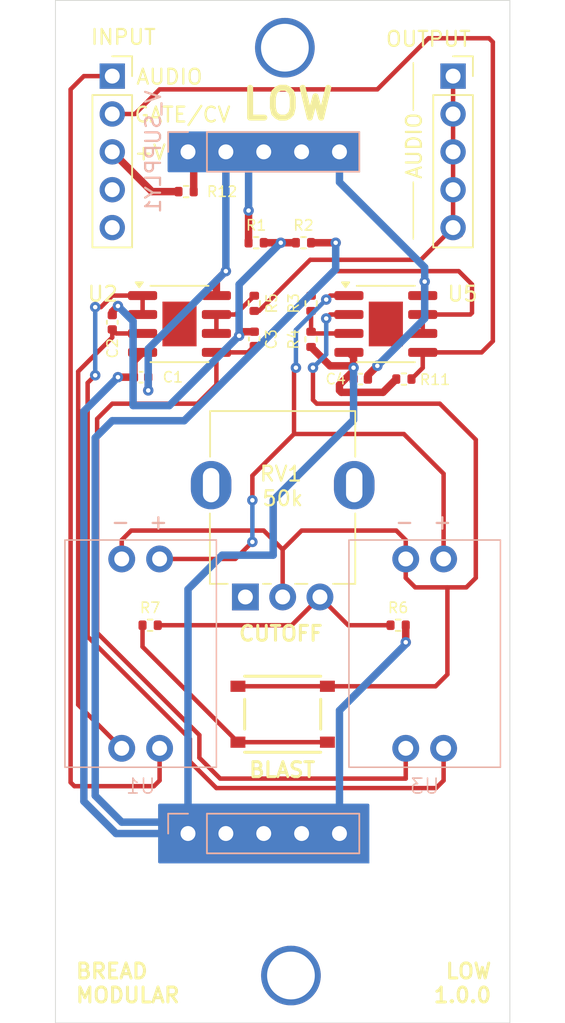
<source format=kicad_pcb>
(kicad_pcb (version 20240108) (generator "pcbnew") (generator_version "8.0")
  (layers (0 "F.Cu" signal) (31 "B.Cu" signal) (34 "B.Paste" user) (35 "F.Paste" user) (36 "B.SilkS" user "B.Silkscreen") (37 "F.SilkS" user "F.Silkscreen") (38 "B.Mask" user) (39 "F.Mask" user) (44 "Edge.Cuts" user))
  (net 0 "")
  (net 1 "GND")
  (net 2 "V_MID")
  (net 3 "Net-(U2A-+)")
  (net 4 "Net-(U2B-+)")
  (net 5 "Net-(INPUT1-Pin_3)")
  (net 6 "unconnected-(INPUT1-Pin_4-Pad4)")
  (net 7 "CV")
  (net 8 "AUDIO_OUT")
  (net 10 "Net-(U5A-+)")
  (net 11 "V_SUPPLY")
  (net 12 "Net-(SW1-B)")
  (net 13 "Net-(U2B--)")
  (net 14 "Net-(R6-Pad1)")
  (net 15 "Net-(U5B--)")
  (net 16 "VAC_NEG")
  (net 17 "VAC_POS")
  (net 19 "AUDIO_IN")
  (net 20 "Net-(U2A--)")
  (footprint "Package_SO:SOIC-8-1EP_3.9x4.9mm_P1.27mm_EP2.29x3mm" (layer "F.Cu") (at 69.15 62.345)
    (property "Reference" "U5" (at 5.145 -2.02 0) (layer "F.SilkS"))
    (property "Value" "MCP6002-xSN")
    (fp_line (start 0 -2.56) (end -1.95 -2.56) (stroke (width 0.12)) (layer "F.SilkS"))
    (fp_line (start 0 -2.56) (end 1.95 -2.56) (stroke (width 0.12)) (layer "F.SilkS"))
    (fp_line (start 0 2.56) (end -1.95 2.56) (stroke (width 0.12)) (layer "F.SilkS"))
    (fp_line (start 0 2.56) (end 1.95 2.56) (stroke (width 0.12)) (layer "F.SilkS"))
    (fp_poly (pts (xy -2.7 -2.465) (xy -2.94 -2.795) (xy -2.46 -2.795) (xy -2.7 -2.465)) (stroke (width 0.12)) (fill solid) (layer "F.SilkS"))
    (pad "1" smd roundrect (at -2.475 -1.905) (size 1.95 0.6) (layers "F.Cu" "F.Paste" "F.Mask") (net 17 "VAC_POS"))
    (pad "2" smd roundrect (at -2.475 -0.635) (size 1.95 0.6) (layers "F.Cu" "F.Paste" "F.Mask") (net 16 "VAC_NEG"))
    (pad "3" smd roundrect (at -2.475 0.635) (size 1.95 0.6) (layers "F.Cu" "F.Paste" "F.Mask") (net 10 "Net-(U5A-+)"))
    (pad "4" smd roundrect (at -2.475 1.905) (size 1.95 0.6) (layers "F.Cu" "F.Paste" "F.Mask") (net 1 "GND"))
    (pad "5" smd roundrect (at 2.475 1.905) (size 1.95 0.6) (layers "F.Cu" "F.Paste" "F.Mask") (net 7 "CV"))
    (pad "6" smd roundrect (at 2.475 0.635) (size 1.95 0.6) (layers "F.Cu" "F.Paste" "F.Mask") (net 15 "Net-(U5B--)"))
    (pad "7" smd roundrect (at 2.475 -0.635) (size 1.95 0.6) (layers "F.Cu" "F.Paste" "F.Mask") (net 15 "Net-(U5B--)"))
    (pad "8" smd roundrect (at 2.475 -1.905) (size 1.95 0.6) (layers "F.Cu" "F.Paste" "F.Mask") (net 11 "V_SUPPLY"))
    (pad "9" smd rect (at 0 0) (size 2.29 3) (property pad_prop_heatsink) (layers "F.Cu" "F.Mask"))
  )
  (footprint "Resistor_SMD:R_0402_1005Metric" (layer "F.Cu") (at 64.135 60.96 90)
    (property "Reference" "R3" (at 0 -1.17 90) (layer "F.SilkS") (effects (font (size 0.7 0.7) (thickness 0.1))))
    (property "Value" "1M")
    (fp_line (start -0.153641 -0.38) (end 0.153641 -0.38) (stroke (width 0.12)) (layer "F.SilkS"))
    (fp_line (start -0.153641 0.38) (end 0.153641 0.38) (stroke (width 0.12)) (layer "F.SilkS"))
    (pad "1" smd roundrect (at -0.51 0 90) (size 0.54 0.64) (layers "F.Cu" "F.Paste" "F.Mask") (net 10 "Net-(U5A-+)"))
    (pad "2" smd roundrect (at 0.51 0 90) (size 0.54 0.64) (layers "F.Cu" "F.Paste" "F.Mask") (net 15 "Net-(U5B--)"))
  )
  (footprint "Resistor_SMD:R_0402_1005Metric" (layer "F.Cu") (at 70.36 66.04)
    (property "Reference" "R11" (at 2.085453 0.039144 0) (layer "F.SilkS") (effects (font (size 0.7 0.7) (thickness 0.1))))
    (property "Value" "1M")
    (fp_line (start -0.153641 -0.38) (end 0.153641 -0.38) (stroke (width 0.12)) (layer "F.SilkS"))
    (fp_line (start -0.153641 0.38) (end 0.153641 0.38) (stroke (width 0.12)) (layer "F.SilkS"))
    (pad "1" smd roundrect (at -0.51 0) (size 0.54 0.64) (layers "F.Cu" "F.Paste" "F.Mask") (net 1 "GND"))
    (pad "2" smd roundrect (at 0.51 0) (size 0.54 0.64) (layers "F.Cu" "F.Paste" "F.Mask") (net 7 "CV"))
  )
  (footprint "Resistor_SMD:R_0402_1005Metric" (layer "F.Cu") (at 64.135 63.375 90)
    (property "Reference" "R4" (at 0 -1.17 90) (layer "F.SilkS") (effects (font (size 0.7 0.7) (thickness 0.1))))
    (property "Value" "1M")
    (fp_line (start -0.153641 -0.38) (end 0.153641 -0.38) (stroke (width 0.12)) (layer "F.SilkS"))
    (fp_line (start -0.153641 0.38) (end 0.153641 0.38) (stroke (width 0.12)) (layer "F.SilkS"))
    (pad "1" smd roundrect (at -0.51 0 90) (size 0.54 0.64) (layers "F.Cu" "F.Paste" "F.Mask") (net 1 "GND"))
    (pad "2" smd roundrect (at 0.51 0 90) (size 0.54 0.64) (layers "F.Cu" "F.Paste" "F.Mask") (net 10 "Net-(U5A-+)"))
  )
  (footprint "Resistor_SMD:R_0402_1005Metric" (layer "F.Cu") (at 69.975 82.55)
    (property "Reference" "R6" (at 0 -1.17 0) (layer "F.SilkS") (effects (font (size 0.7 0.7) (thickness 0.1))))
    (property "Value" "330")
    (fp_line (start -0.153641 -0.38) (end 0.153641 -0.38) (stroke (width 0.12)) (layer "F.SilkS"))
    (fp_line (start -0.153641 0.38) (end 0.153641 0.38) (stroke (width 0.12)) (layer "F.SilkS"))
    (pad "1" smd roundrect (at -0.51 0) (size 0.54 0.64) (layers "F.Cu" "F.Paste" "F.Mask") (net 14 "Net-(R6-Pad1)"))
    (pad "2" smd roundrect (at 0.51 0) (size 0.54 0.64) (layers "F.Cu" "F.Paste" "F.Mask") (net 1 "GND"))
  )
  (footprint "BreadModular_Pots:Potentiometer_RV09" (layer "F.Cu") (at 62.357 73.663)
    (property "Reference" "RV1" (at -0.254 -1.27 180) (layer "F.SilkS"))
    (property "Value" "50k" (at -0.127 0.381 180) (layer "F.SilkS"))
    (fp_line (start -5.007 6.112) (end -5.007 1.392) (stroke (width 0.12)) (layer "F.SilkS"))
    (fp_line (start -4.997 -2.418) (end -4.997 -5.478) (stroke (width 0.12)) (layer "F.SilkS"))
    (fp_line (start -3.817 6.112) (end -4.997 6.112) (stroke (width 0.12)) (layer "F.SilkS"))
    (fp_line (start -0.917 6.112) (end -1.447 6.112) (stroke (width 0.12)) (layer "F.SilkS"))
    (fp_line (start 1.533 6.112) (end 0.703 6.112) (stroke (width 0.12)) (layer "F.SilkS"))
    (fp_line (start 4.743 -5.478) (end -4.997 -5.478) (stroke (width 0.12)) (layer "F.SilkS"))
    (fp_line (start 4.743 -2.418) (end 4.743 -5.478) (stroke (width 0.12)) (layer "F.SilkS"))
    (fp_line (start 4.743 6.112) (end 3.253 6.112) (stroke (width 0.12)) (layer "F.SilkS"))
    (fp_line (start 4.743 6.112) (end 4.743 1.392) (stroke (width 0.12)) (layer "F.SilkS"))
    (pad "" thru_hole oval (at -4.927 -0.508 180) (size 2.72 3.24) (drill oval 1.1 2.3) (layers "*.Cu" "*.Mask"))
    (pad "" thru_hole oval (at 4.673 -0.508 180) (size 2.72 3.24) (drill oval 1.1 2.3) (layers "*.Cu" "*.Mask"))
    (pad "1" thru_hole rect (at -2.627 6.992 180) (size 1.8 1.8) (drill 1) (layers "*.Cu" "*.Mask"))
    (pad "2" thru_hole circle (at -0.127 6.992 180) (size 1.8 1.8) (drill 1) (layers "*.Cu" "*.Mask") (net 16 "VAC_NEG"))
    (pad "3" thru_hole circle (at 2.373 6.992 180) (size 1.8 1.8) (drill 1) (layers "*.Cu" "*.Mask") (net 14 "Net-(R6-Pad1)"))
  )
  (footprint "Capacitor_SMD:C_0402_1005Metric" (layer "F.Cu") (at 60.325 63.345 90)
    (property "Reference" "C3" (at -0.028 1.143 90) (layer "F.SilkS") (effects (font (size 0.7 0.7) (thickness 0.1))))
    (property "Value" "10nf")
    (fp_line (start -0.107836 -0.36) (end 0.107836 -0.36) (stroke (width 0.12)) (layer "F.SilkS"))
    (fp_line (start -0.107836 0.36) (end 0.107836 0.36) (stroke (width 0.12)) (layer "F.SilkS"))
    (pad "1" smd roundrect (at -0.48 0 90) (size 0.56 0.62) (layers "F.Cu" "F.Paste" "F.Mask") (net 4 "Net-(U2B-+)"))
    (pad "2" smd roundrect (at 0.48 0 90) (size 0.56 0.62) (layers "F.Cu" "F.Paste" "F.Mask") (net 2 "V_MID"))
  )
  (footprint "Connector_PinSocket_2.54mm:PinSocket_1x05_P2.54mm_Vertical" (layer "F.Cu") (at 50.8 45.72)
    (property "Reference" "INPUT1")
    (property "Value" "Conn_01x05_Socket")
    (fp_line (start -1.33 1.27) (end -1.33 11.49) (stroke (width 0.12)) (layer "F.SilkS"))
    (fp_line (start -1.33 1.27) (end 1.33 1.27) (stroke (width 0.12)) (layer "F.SilkS"))
    (fp_line (start -1.33 11.49) (end 1.33 11.49) (stroke (width 0.12)) (layer "F.SilkS"))
    (fp_line (start 0 -1.33) (end 1.33 -1.33) (stroke (width 0.12)) (layer "F.SilkS"))
    (fp_line (start 1.33 -1.33) (end 1.33 0) (stroke (width 0.12)) (layer "F.SilkS"))
    (fp_line (start 1.33 1.27) (end 1.33 11.49) (stroke (width 0.12)) (layer "F.SilkS"))
    (pad "1" thru_hole rect (at 0 0) (size 1.7 1.7) (drill 1) (layers "*.Cu" "*.Mask") (net 19 "AUDIO_IN"))
    (pad "2" thru_hole oval (at 0 2.54) (size 1.7 1.7) (drill 1) (layers "*.Cu" "*.Mask") (net 7 "CV"))
    (pad "3" thru_hole oval (at 0 5.08) (size 1.7 1.7) (drill 1) (layers "*.Cu" "*.Mask") (net 5 "Net-(INPUT1-Pin_3)"))
    (pad "4" thru_hole oval (at 0 7.62) (size 1.7 1.7) (drill 1) (layers "*.Cu" "*.Mask") (net 6 "unconnected-(INPUT1-Pin_4-Pad4)"))
    (pad "5" thru_hole oval (at 0 10.16) (size 1.7 1.7) (drill 1) (layers "*.Cu" "*.Mask"))
  )
  (footprint "Package_SO:SOIC-8-1EP_3.9x4.9mm_P1.27mm_EP2.29x3mm" (layer "F.Cu") (at 55.31 62.345)
    (property "Reference" "U2" (at -5.145 -2.02 0) (layer "F.SilkS"))
    (property "Value" "MCP6002-xSN")
    (fp_line (start 0 -2.56) (end -1.95 -2.56) (stroke (width 0.12)) (layer "F.SilkS"))
    (fp_line (start 0 -2.56) (end 1.95 -2.56) (stroke (width 0.12)) (layer "F.SilkS"))
    (fp_line (start 0 2.56) (end -1.95 2.56) (stroke (width 0.12)) (layer "F.SilkS"))
    (fp_line (start 0 2.56) (end 1.95 2.56) (stroke (width 0.12)) (layer "F.SilkS"))
    (fp_poly (pts (xy -2.7 -2.465) (xy -2.94 -2.795) (xy -2.46 -2.795) (xy -2.7 -2.465)) (stroke (width 0.12)) (fill solid) (layer "F.SilkS"))
    (pad "1" smd roundrect (at -2.475 -1.905) (size 1.95 0.6) (layers "F.Cu" "F.Paste" "F.Mask") (net 20 "Net-(U2A--)"))
    (pad "2" smd roundrect (at -2.475 -0.635) (size 1.95 0.6) (layers "F.Cu" "F.Paste" "F.Mask") (net 20 "Net-(U2A--)"))
    (pad "3" smd roundrect (at -2.475 0.635) (size 1.95 0.6) (layers "F.Cu" "F.Paste" "F.Mask") (net 3 "Net-(U2A-+)"))
    (pad "4" smd roundrect (at -2.475 1.905) (size 1.95 0.6) (layers "F.Cu" "F.Paste" "F.Mask") (net 1 "GND"))
    (pad "5" smd roundrect (at 2.475 1.905) (size 1.95 0.6) (layers "F.Cu" "F.Paste" "F.Mask") (net 4 "Net-(U2B-+)"))
    (pad "6" smd roundrect (at 2.475 0.635) (size 1.95 0.6) (layers "F.Cu" "F.Paste" "F.Mask") (net 13 "Net-(U2B--)"))
    (pad "7" smd roundrect (at 2.475 -0.635) (size 1.95 0.6) (layers "F.Cu" "F.Paste" "F.Mask") (net 13 "Net-(U2B--)"))
    (pad "8" smd roundrect (at 2.475 -1.905) (size 1.95 0.6) (layers "F.Cu" "F.Paste" "F.Mask") (net 11 "V_SUPPLY"))
    (pad "9" smd rect (at 0 0) (size 2.29 3) (property pad_prop_heatsink) (layers "F.Cu" "F.Mask"))
  )
  (footprint "Resistor_SMD:R_0402_1005Metric" (layer "F.Cu") (at 60.325 60.96 -90)
    (property "Reference" "R5" (at 0 -1.17 90) (layer "F.SilkS") (effects (font (size 0.7 0.7) (thickness 0.1))))
    (property "Value" "1k")
    (fp_line (start -0.153641 0.38) (end 0.153641 0.38) (stroke (width 0.12)) (layer "F.SilkS"))
    (fp_line (start -0.153641 -0.38) (end 0.153641 -0.38) (stroke (width 0.12)) (layer "F.SilkS"))
    (pad "1" smd roundrect (at -0.51 0 270) (size 0.54 0.64) (layers "F.Cu" "F.Paste" "F.Mask") (net 13 "Net-(U2B--)"))
    (pad "2" smd roundrect (at 0.51 0 270) (size 0.54 0.64) (layers "F.Cu" "F.Paste" "F.Mask") (net 8 "AUDIO_OUT"))
  )
  (footprint "Resistor_SMD:R_0402_1005Metric" (layer "F.Cu") (at 63.625 56.896)
    (property "Reference" "R2" (at 0 -1.17 0) (layer "F.SilkS") (effects (font (size 0.7 0.7) (thickness 0.1))))
    (property "Value" "1k")
    (fp_line (start -0.153641 -0.38) (end 0.153641 -0.38) (stroke (width 0.12)) (layer "F.SilkS"))
    (fp_line (start -0.153641 0.38) (end 0.153641 0.38) (stroke (width 0.12)) (layer "F.SilkS"))
    (pad "1" smd roundrect (at -0.51 0) (size 0.54 0.64) (layers "F.Cu" "F.Paste" "F.Mask") (net 2 "V_MID"))
    (pad "2" smd roundrect (at 0.51 0) (size 0.54 0.64) (layers "F.Cu" "F.Paste" "F.Mask") (net 1 "GND"))
  )
  (footprint "BreadModular_MISC:SPST_TS-1187A-B-A-B" (layer "F.Cu") (at 62.23 88.519)
    (property "Reference" "SW1")
    (property "Value" "SPST_TS-1187A-B-A-B")
    (fp_line (start -2.55 -2.55) (end 2.55 -2.55) (stroke (width 0.2)) (layer "F.SilkS"))
    (fp_line (start -2.55 -1) (end -2.55 1) (stroke (width 0.2)) (layer "F.SilkS"))
    (fp_line (start -2.55 2.55) (end 2.55 2.55) (stroke (width 0.2)) (layer "F.SilkS"))
    (fp_line (start 2.55 -1) (end 2.55 1) (stroke (width 0.2)) (layer "F.SilkS"))
    (pad "1" smd rect (at -3 -1.875) (size 1 0.75) (layers "F.Cu" "F.Paste" "F.Mask") (net 16 "VAC_NEG"))
    (pad "1" smd rect (at 3 -1.875) (size 1 0.75) (layers "F.Cu" "F.Paste" "F.Mask") (net 16 "VAC_NEG"))
    (pad "2" smd rect (at -3 1.875) (size 1 0.75) (layers "F.Cu" "F.Paste" "F.Mask") (net 12 "Net-(SW1-B)"))
    (pad "2" smd rect (at 3 1.875) (size 1 0.75) (layers "F.Cu" "F.Paste" "F.Mask") (net 12 "Net-(SW1-B)"))
  )
  (footprint "Capacitor_SMD:C_0402_1005Metric" (layer "F.Cu") (at 52.733 65.913 180)
    (property "Reference" "C1" (at -2.131 0 0) (layer "F.SilkS") (effects (font (size 0.7 0.7) (thickness 0.1))))
    (property "Value" "0.1uf")
    (fp_line (start -0.107836 0.36) (end 0.107836 0.36) (stroke (width 0.12)) (layer "F.SilkS"))
    (fp_line (start -0.107836 -0.36) (end 0.107836 -0.36) (stroke (width 0.12)) (layer "F.SilkS"))
    (pad "1" smd roundrect (at -0.48 0 180) (size 0.56 0.62) (layers "F.Cu" "F.Paste" "F.Mask") (net 11 "V_SUPPLY"))
    (pad "2" smd roundrect (at 0.48 0 180) (size 0.56 0.62) (layers "F.Cu" "F.Paste" "F.Mask") (net 1 "GND"))
  )
  (footprint "Capacitor_SMD:C_0402_1005Metric" (layer "F.Cu") (at 67.465 66.04 180)
    (property "Reference" "C4" (at 1.679 0 0) (layer "F.SilkS") (effects (font (size 0.7 0.7) (thickness 0.1))))
    (property "Value" "0.1uf")
    (fp_line (start -0.107836 0.36) (end 0.107836 0.36) (stroke (width 0.12)) (layer "F.SilkS"))
    (fp_line (start -0.107836 -0.36) (end 0.107836 -0.36) (stroke (width 0.12)) (layer "F.SilkS"))
    (pad "1" smd roundrect (at -0.48 0 180) (size 0.56 0.62) (layers "F.Cu" "F.Paste" "F.Mask") (net 11 "V_SUPPLY"))
    (pad "2" smd roundrect (at 0.48 0 180) (size 0.56 0.62) (layers "F.Cu" "F.Paste" "F.Mask") (net 1 "GND"))
  )
  (footprint "Resistor_SMD:R_0402_1005Metric" (layer "F.Cu") (at 53.34 82.55)
    (property "Reference" "R7" (at 0 -1.17 0) (layer "F.SilkS") (effects (font (size 0.7 0.7) (thickness 0.1))))
    (property "Value" "330")
    (fp_line (start -0.153641 -0.38) (end 0.153641 -0.38) (stroke (width 0.12)) (layer "F.SilkS"))
    (fp_line (start -0.153641 0.38) (end 0.153641 0.38) (stroke (width 0.12)) (layer "F.SilkS"))
    (pad "1" smd roundrect (at -0.51 0) (size 0.54 0.64) (layers "F.Cu" "F.Paste" "F.Mask") (net 12 "Net-(SW1-B)"))
    (pad "2" smd roundrect (at 0.51 0) (size 0.54 0.64) (layers "F.Cu" "F.Paste" "F.Mask") (net 14 "Net-(R6-Pad1)"))
  )
  (footprint "Resistor_SMD:R_0402_1005Metric" (layer "F.Cu") (at 55.753 53.467 180)
    (property "Reference" "R12" (at -2.413 0 0) (layer "F.SilkS") (effects (font (size 0.7 0.7) (thickness 0.1))))
    (property "Value" "10k")
    (fp_line (start -0.153641 0.38) (end 0.153641 0.38) (stroke (width 0.12)) (layer "F.SilkS"))
    (fp_line (start -0.153641 -0.38) (end 0.153641 -0.38) (stroke (width 0.12)) (layer "F.SilkS"))
    (pad "1" smd roundrect (at -0.51 0 180) (size 0.54 0.64) (layers "F.Cu" "F.Paste" "F.Mask") (net 11 "V_SUPPLY"))
    (pad "2" smd roundrect (at 0.51 0 180) (size 0.54 0.64) (layers "F.Cu" "F.Paste" "F.Mask") (net 5 "Net-(INPUT1-Pin_3)"))
  )
  (footprint "Resistor_SMD:R_0402_1005Metric" (layer "F.Cu") (at 60.452 56.896)
    (property "Reference" "R1" (at 0 -1.17 0) (layer "F.SilkS") (effects (font (size 0.7 0.7) (thickness 0.1))))
    (property "Value" "1k")
    (fp_line (start -0.153641 -0.38) (end 0.153641 -0.38) (stroke (width 0.12)) (layer "F.SilkS"))
    (fp_line (start -0.153641 0.38) (end 0.153641 0.38) (stroke (width 0.12)) (layer "F.SilkS"))
    (pad "1" smd roundrect (at -0.51 0) (size 0.54 0.64) (layers "F.Cu" "F.Paste" "F.Mask") (net 11 "V_SUPPLY"))
    (pad "2" smd roundrect (at 0.51 0) (size 0.54 0.64) (layers "F.Cu" "F.Paste" "F.Mask") (net 2 "V_MID"))
  )
  (footprint "Capacitor_SMD:C_0402_1005Metric" (layer "F.Cu") (at 50.8 62.23 90)
    (property "Reference" "C2" (at -1.746069 0.020806 90) (layer "F.SilkS") (effects (font (size 0.7 0.7) (thickness 0.1))))
    (property "Value" "10nf")
    (fp_line (start -0.107836 -0.36) (end 0.107836 -0.36) (stroke (width 0.12)) (layer "F.SilkS"))
    (fp_line (start -0.107836 0.36) (end 0.107836 0.36) (stroke (width 0.12)) (layer "F.SilkS"))
    (pad "1" smd roundrect (at -0.48 0 90) (size 0.56 0.62) (layers "F.Cu" "F.Paste" "F.Mask") (net 3 "Net-(U2A-+)"))
    (pad "2" smd roundrect (at 0.48 0 90) (size 0.56 0.62) (layers "F.Cu" "F.Paste" "F.Mask") (net 2 "V_MID"))
  )
  (footprint "Connector_PinSocket_2.54mm:PinSocket_1x05_P2.54mm_Vertical" (layer "F.Cu") (at 73.66 45.72)
    (property "Reference" "OUTPUT1")
    (property "Value" "Conn_01x05_Socket")
    (fp_line (start -1.33 1.27) (end -1.33 11.49) (stroke (width 0.12)) (layer "F.SilkS"))
    (fp_line (start -1.33 1.27) (end 1.33 1.27) (stroke (width 0.12)) (layer "F.SilkS"))
    (fp_line (start -1.33 11.49) (end 1.33 11.49) (stroke (width 0.12)) (layer "F.SilkS"))
    (fp_line (start 0 -1.33) (end 1.33 -1.33) (stroke (width 0.12)) (layer "F.SilkS"))
    (fp_line (start 1.33 -1.33) (end 1.33 0) (stroke (width 0.12)) (layer "F.SilkS"))
    (fp_line (start 1.33 1.27) (end 1.33 11.49) (stroke (width 0.12)) (layer "F.SilkS"))
    (pad "1" thru_hole rect (at 0 0) (size 1.7 1.7) (drill 1) (layers "*.Cu" "*.Mask") (net 8 "AUDIO_OUT"))
    (pad "2" thru_hole oval (at 0 2.54) (size 1.7 1.7) (drill 1) (layers "*.Cu" "*.Mask") (net 8 "AUDIO_OUT"))
    (pad "3" thru_hole oval (at 0 5.08) (size 1.7 1.7) (drill 1) (layers "*.Cu" "*.Mask") (net 8 "AUDIO_OUT"))
    (pad "4" thru_hole oval (at 0 7.62) (size 1.7 1.7) (drill 1) (layers "*.Cu" "*.Mask") (net 8 "AUDIO_OUT"))
    (pad "5" thru_hole oval (at 0 10.16) (size 1.7 1.7) (drill 1) (layers "*.Cu" "*.Mask") (net 8 "AUDIO_OUT"))
  )
  (footprint "BreadModular_MISC:VTL5C" (layer "B.Cu") (at 52.705 84.455 180)
    (property "Reference" "U1" (at 0 -8.89 0) (layer "B.SilkS") (effects (font (thickness 0.1)) (justify mirror)))
    (property "Value" "VTL5C")
    (fp_line (start 5.08 7.62) (end 2.54 7.62) (stroke (width 0.1)) (layer "B.SilkS"))
    (fp_line (start 5.08 -7.62) (end 5.08 7.62) (stroke (width 0.1)) (layer "B.SilkS"))
    (fp_line (start 2.54 7.62) (end -2.54 7.62) (stroke (width 0.1)) (layer "B.SilkS"))
    (fp_line (start -2.54 7.62) (end -5.08 7.62) (stroke (width 0.1)) (layer "B.SilkS"))
    (fp_line (start -5.08 7.62) (end -5.08 -7.62) (stroke (width 0.1)) (layer "B.SilkS"))
    (fp_line (start -5.08 -7.62) (end 5.08 -7.62) (stroke (width 0.1)) (layer "B.SilkS"))
    (fp_text user "-" (at 0.635 8.255 0) (layer "B.SilkS") (effects (justify left bottom mirror)))
    (fp_text user "+" (at -1.905 8.255 0) (layer "B.SilkS") (effects (justify left bottom mirror)))
    (pad "1" thru_hole circle (at 1.27 6.35 180) (size 1.8 1.8) (drill 1) (layers "*.Cu" "*.Mask") (net 16 "VAC_NEG"))
    (pad "2" thru_hole circle (at -1.27 6.35 90) (size 1.8 1.8) (drill 1) (layers "*.Cu" "*.Mask") (net 17 "VAC_POS"))
    (pad "3" thru_hole circle (at 1.27 -6.35 180) (size 1.8 1.8) (drill 1) (layers "*.Cu" "*.Mask") (net 3 "Net-(U2A-+)"))
    (pad "4" thru_hole circle (at -1.27 -6.35 180) (size 1.8 1.8) (drill 1) (layers "*.Cu" "*.Mask") (net 19 "AUDIO_IN"))
  )
  (footprint "BreadModular_MISC:VTL5C" (layer "B.Cu") (at 71.755 84.455 180)
    (property "Reference" "U3" (at 0 -8.89 0) (layer "B.SilkS") (effects (font (thickness 0.1)) (justify mirror)))
    (property "Value" "VTL5C")
    (fp_line (start 5.08 7.62) (end 2.54 7.62) (stroke (width 0.1)) (layer "B.SilkS"))
    (fp_line (start 5.08 -7.62) (end 5.08 7.62) (stroke (width 0.1)) (layer "B.SilkS"))
    (fp_line (start 2.54 7.62) (end -2.54 7.62) (stroke (width 0.1)) (layer "B.SilkS"))
    (fp_line (start -2.54 7.62) (end -5.08 7.62) (stroke (width 0.1)) (layer "B.SilkS"))
    (fp_line (start -5.08 7.62) (end -5.08 -7.62) (stroke (width 0.1)) (layer "B.SilkS"))
    (fp_line (start -5.08 -7.62) (end 5.08 -7.62) (stroke (width 0.1)) (layer "B.SilkS"))
    (fp_text user "-" (at 0.635 8.255 0) (layer "B.SilkS") (effects (justify left bottom mirror)))
    (fp_text user "+" (at -1.905 8.255 0) (layer "B.SilkS") (effects (justify left bottom mirror)))
    (pad "1" thru_hole circle (at 1.27 6.35 180) (size 1.8 1.8) (drill 1) (layers "*.Cu" "*.Mask") (net 16 "VAC_NEG"))
    (pad "2" thru_hole circle (at -1.27 6.35 90) (size 1.8 1.8) (drill 1) (layers "*.Cu" "*.Mask") (net 17 "VAC_POS"))
    (pad "3" thru_hole circle (at 1.27 -6.35 180) (size 1.8 1.8) (drill 1) (layers "*.Cu" "*.Mask") (net 4 "Net-(U2B-+)"))
    (pad "4" thru_hole circle (at -1.27 -6.35 180) (size 1.8 1.8) (drill 1) (layers "*.Cu" "*.Mask") (net 20 "Net-(U2A--)"))
  )
  (footprint "BreadModular_MISC:Power_Connector" (layer "B.Cu") (at 55.88 50.8 -90)
    (property "Reference" "V_SUPPLY1" (at 0 2.33 90) (layer "B.SilkS") (effects (justify mirror)))
    (property "Value" "Conn_01x05_Pin")
    (fp_line (start -1.33 1.33) (end -1.33 0) (stroke (width 0.12)) (layer "B.SilkS"))
    (fp_line (start 0 1.33) (end -1.33 1.33) (stroke (width 0.12)) (layer "B.SilkS"))
    (fp_line (start 1.33 -1.27) (end -1.33 -1.27) (stroke (width 0.12)) (layer "B.SilkS"))
    (fp_line (start -1.33 -11.49) (end -1.33 -1.27) (stroke (width 0.12)) (layer "B.SilkS"))
    (fp_line (start 1.33 -11.49) (end 1.33 -1.27) (stroke (width 0.12)) (layer "B.SilkS"))
    (fp_line (start 1.33 -11.49) (end -1.33 -11.49) (stroke (width 0.12)) (layer "B.SilkS"))
    (pad "1" thru_hole rect (at 0 0 270) (size 2 2) (drill 1) (layers "*.Cu" "*.Mask") (net 11 "V_SUPPLY"))
    (pad "2" thru_hole oval (at 0 -2.54 270) (size 2 2) (drill 1) (layers "*.Cu" "*.Mask") (net 11 "V_SUPPLY"))
    (pad "3" thru_hole oval (at 0 -5.08 270) (size 2 2) (drill 1) (layers "*.Cu" "*.Mask") (net 11 "V_SUPPLY"))
    (pad "4" thru_hole oval (at 0 -7.62 270) (size 2 2) (drill 1) (layers "*.Cu" "*.Mask") (net 11 "V_SUPPLY"))
    (pad "5" thru_hole oval (at 0 -10.16 270) (size 2 2) (drill 1) (layers "*.Cu" "*.Mask") (net 11 "V_SUPPLY"))
  )
  (footprint "BreadModular_MISC:Power_Connector" (layer "B.Cu") (at 55.88 96.52 -90)
    (property "Reference" "GND1" (hide yes))
    (property "Value" "Conn_01x05_Pin")
    (fp_line (start -1.33 1.33) (end -1.33 0) (stroke (width 0.12)) (layer "B.SilkS"))
    (fp_line (start 0 1.33) (end -1.33 1.33) (stroke (width 0.12)) (layer "B.SilkS"))
    (fp_line (start 1.33 -1.27) (end -1.33 -1.27) (stroke (width 0.12)) (layer "B.SilkS"))
    (fp_line (start -1.33 -11.49) (end -1.33 -1.27) (stroke (width 0.12)) (layer "B.SilkS"))
    (fp_line (start 1.33 -11.49) (end 1.33 -1.27) (stroke (width 0.12)) (layer "B.SilkS"))
    (fp_line (start 1.33 -11.49) (end -1.33 -11.49) (stroke (width 0.12)) (layer "B.SilkS"))
    (pad "1" thru_hole rect (at 0 0 270) (size 2 2) (drill 1) (layers "*.Cu" "*.Mask") (net 1 "GND"))
    (pad "2" thru_hole oval (at 0 -2.54 270) (size 2 2) (drill 1) (layers "*.Cu" "*.Mask") (net 1 "GND"))
    (pad "3" thru_hole oval (at 0 -5.08 270) (size 2 2) (drill 1) (layers "*.Cu" "*.Mask") (net 1 "GND"))
    (pad "4" thru_hole oval (at 0 -7.62 270) (size 2 2) (drill 1) (layers "*.Cu" "*.Mask") (net 1 "GND"))
    (pad "5" thru_hole oval (at 0 -10.16 270) (size 2 2) (drill 1) (layers "*.Cu" "*.Mask") (net 1 "GND"))
  )
  (gr_poly (pts (xy 54.61 49.53) (xy 67.31 49.53) (xy 67.31 52.07) (xy 54.61 52.07)) (stroke (width 0.2)) (fill solid) (layer "B.Cu") (net 11))
  (gr_poly (pts (xy 53.975 94.615) (xy 67.945 94.615) (xy 67.945 98.425) (xy 53.975 98.425)) (stroke (width 0.2)) (fill solid) (layer "B.Cu") (net 1))
  (gr_line (start 70.993 52.832) (end 70.993 56.642) (stroke (width 0.1)) (layer "F.SilkS"))
  (gr_line (start 70.993 48.006) (end 70.993 44.831) (stroke (width 0.1)) (layer "F.SilkS"))
  (gr_line (start 46.99 109.22) (end 77.47 109.22) (stroke (width 0.05)) (layer "Edge.Cuts"))
  (gr_line (start 77.47 40.64) (end 46.99 40.64) (stroke (width 0.05)) (layer "Edge.Cuts"))
  (gr_line (start 46.99 40.64) (end 46.99 109.22) (stroke (width 0.05)) (layer "Edge.Cuts"))
  (gr_line (start 77.47 109.22) (end 77.47 40.64) (stroke (width 0.05)) (layer "Edge.Cuts"))
  (gr_text "GATE/CV" (at 52.197 48.895 0) (layer "F.SilkS") (effects (font (size 1 1)) (justify left bottom)))
  (gr_text "INPUT" (at 49.276 43.688 0) (layer "F.SilkS") (effects (font (size 1 1)) (justify left bottom)))
  (gr_text "BLAST" (at 64.516 92.837 0) (layer "F.SilkS") (effects (font (size 1 1) (thickness 0.2) (bold yes)) (justify right bottom)))
  (gr_text "CUTOFF" (at 65.024 83.693 0) (layer "F.SilkS") (effects (font (size 1 1) (thickness 0.2) (bold yes)) (justify right bottom)))
  (gr_text "AUDIO" (at 52.324 46.355 0) (layer "F.SilkS") (effects (font (size 1 1)) (justify left bottom)))
  (gr_text "LOW\n1.0.0" (at 76.327 107.95 0) (layer "F.SilkS") (effects (font (size 1 1) (thickness 0.2) (bold yes)) (justify right bottom)))
  (gr_text "LOW" (at 59.309 48.768 0) (layer "F.SilkS") (effects (font (size 2 2) (thickness 0.4) (bold yes)) (justify left bottom)))
  (gr_text "AUDIO" (at 71.628 52.705 90) (layer "F.SilkS") (effects (font (size 1 1)) (justify left bottom)))
  (gr_text "OUTPUT" (at 74.93 43.815 0) (layer "F.SilkS") (effects (font (size 1 1)) (justify right bottom)))
  (gr_text "BREAD\nMODULAR" (at 48.26 107.95 0) (layer "F.SilkS") (effects (font (size 1 1) (thickness 0.2) (bold yes)) (justify left bottom)))
  (gr_text "+V" (at 52.197 51.435 0) (layer "F.SilkS") (effects (font (size 1 1)) (justify left bottom)))
  (via (at 62.784908 106.045) (size 4) (drill 3.2) (layers "F.Cu" "B.Cu") (net 0))
  (via (at 62.37758 43.815) (size 4) (drill 3.2) (layers "F.Cu" "B.Cu") (net 0))
  (segment (start 64.139 63.885) (end 65.405 65.151) (width 0.5) (layer "F.Cu") (net 1))
  (segment (start 55.88 96.52) (end 66.04 96.52) (width 0.5) (layer "F.Cu") (net 1))
  (segment (start 66.985 65.278) (end 66.985 64.56) (width 0.5) (layer "F.Cu") (net 1))
  (segment (start 66.985 66.04) (end 66.985 65.278) (width 0.5) (layer "F.Cu") (net 1))
  (segment (start 64.135 56.896) (end 65.786 56.896) (width 0.5) (layer "F.Cu") (net 1))
  (segment (start 68.961 66.929) (end 66.167 66.929) (width 0.5) (layer "F.Cu") (net 1))
  (segment (start 52.253 65.913) (end 51.181 65.913) (width 0.5) (layer "F.Cu") (net 1))
  (segment (start 69.85 66.04) (end 68.961 66.929) (width 0.5) (layer "F.Cu") (net 1))
  (segment (start 52.253 64.832) (end 52.835 64.25) (width 0.5) (layer "F.Cu") (net 1))
  (segment (start 66.04 66.802) (end 66.04 66.421) (width 0.5) (layer "F.Cu") (net 1))
  (segment (start 66.858 65.151) (end 66.985 65.278) (width 0.5) (layer "F.Cu") (net 1))
  (segment (start 66.167 66.929) (end 66.04 66.802) (width 0.5) (layer "F.Cu") (net 1))
  (segment (start 64.135 63.885) (end 64.139 63.885) (width 0.5) (layer "F.Cu") (net 1))
  (segment (start 66.985 65.476) (end 66.985 65.278) (width 0.5) (layer "F.Cu") (net 1))
  (segment (start 66.04 66.421) (end 66.985 65.476) (width 0.5) (layer "F.Cu") (net 1))
  (segment (start 52.253 65.913) (end 52.253 64.832) (width 0.5) (layer "F.Cu") (net 1))
  (segment (start 70.485 82.55) (end 70.485 83.693) (width 0.5) (layer "F.Cu") (net 1))
  (segment (start 66.985 64.56) (end 66.675 64.25) (width 0.5) (layer "F.Cu") (net 1))
  (segment (start 65.405 65.151) (end 66.858 65.151) (width 0.5) (layer "F.Cu") (net 1))
  (via (at 66.985 65.278) (size 0.7) (drill 0.3) (layers "F.Cu" "B.Cu") (net 1))
  (via (at 65.786 56.896) (size 0.7) (drill 0.3) (layers "F.Cu" "B.Cu") (net 1))
  (via (at 70.485 83.693) (size 0.7) (drill 0.3) (layers "F.Cu" "B.Cu") (net 1))
  (via (at 51.181 65.913) (size 0.7) (drill 0.3) (layers "F.Cu" "B.Cu") (net 1))
  (segment (start 55.88 80.137) (end 55.88 96.52) (width 0.5) (layer "B.Cu") (net 1))
  (segment (start 66.985 65.278) (end 66.985 68.778) (width 0.5) (layer "B.Cu") (net 1))
  (segment (start 61.595 74.168) (end 61.595 77.851) (width 0.5) (layer "B.Cu") (net 1))
  (segment (start 65.786 56.896) (end 65.786 58.674) (width 0.5) (layer "B.Cu") (net 1))
  (segment (start 49.657 69.977) (end 49.657 93.98) (width 0.5) (layer "B.Cu") (net 1))
  (segment (start 66.985 68.778) (end 61.595 74.168) (width 0.5) (layer "B.Cu") (net 1))
  (segment (start 55.118 95.758) (end 55.88 96.52) (width 0.5) (layer "B.Cu") (net 1))
  (segment (start 51.435 95.758) (end 55.118 95.758) (width 0.5) (layer "B.Cu") (net 1))
  (segment (start 49.657 93.98) (end 51.435 95.758) (width 0.5) (layer "B.Cu") (net 1))
  (segment (start 66.04 88.265) (end 66.04 96.52) (width 0.5) (layer "B.Cu") (net 1))
  (segment (start 65.786 58.674) (end 55.626 68.834) (width 0.5) (layer "B.Cu") (net 1))
  (segment (start 55.626 68.834) (end 50.8 68.834) (width 0.5) (layer "B.Cu") (net 1))
  (segment (start 48.895 94.361) (end 51.054 96.52) (width 0.5) (layer "B.Cu") (net 1))
  (segment (start 51.054 96.52) (end 55.88 96.52) (width 0.5) (layer "B.Cu") (net 1))
  (segment (start 61.595 77.851) (end 58.166 77.851) (width 0.5) (layer "B.Cu") (net 1))
  (segment (start 58.166 77.851) (end 55.88 80.137) (width 0.5) (layer "B.Cu") (net 1))
  (segment (start 50.8 68.834) (end 49.657 69.977) (width 0.5) (layer "B.Cu") (net 1))
  (segment (start 51.181 65.913) (end 48.895 68.199) (width 0.5) (layer "B.Cu") (net 1))
  (segment (start 48.895 68.199) (end 48.895 94.361) (width 0.5) (layer "B.Cu") (net 1))
  (segment (start 70.485 83.82) (end 66.04 88.265) (width 0.5) (layer "B.Cu") (net 1))
  (segment (start 70.485 83.693) (end 70.485 83.82) (width 0.5) (layer "B.Cu") (net 1))
  (segment (start 59.31 63.136548) (end 59.581548 62.865) (width 0.5) (layer "F.Cu") (net 2))
  (segment (start 62.103 56.896) (end 63.115 56.896) (width 0.5) (layer "F.Cu") (net 2))
  (segment (start 50.8 61.521) (end 51.181 61.14) (width 0.5) (layer "F.Cu") (net 2))
  (segment (start 50.8 61.75) (end 50.8 61.521) (width 0.5) (layer "F.Cu") (net 2))
  (segment (start 60.962 56.896) (end 62.103 56.896) (width 0.5) (layer "F.Cu") (net 2))
  (segment (start 59.581548 62.865) (end 60.325 62.865) (width 0.5) (layer "F.Cu") (net 2))
  (via (at 59.31 63.136548) (size 0.7) (drill 0.3) (layers "F.Cu" "B.Cu") (net 2))
  (via (at 51.181 61.14) (size 0.7) (drill 0.3) (layers "F.Cu" "B.Cu") (net 2))
  (via (at 62.103 56.896) (size 0.7) (drill 0.3) (layers "F.Cu" "B.Cu") (net 2))
  (segment (start 54.628548 67.818) (end 59.31 63.136548) (width 0.5) (layer "B.Cu") (net 2))
  (segment (start 52.197 67.818) (end 54.628548 67.818) (width 0.5) (layer "B.Cu") (net 2))
  (segment (start 52.197 62.156) (end 52.197 64.516) (width 0.5) (layer "B.Cu") (net 2))
  (segment (start 59.31 63.136548) (end 59.31 59.689) (width 0.5) (layer "B.Cu") (net 2))
  (segment (start 52.197 64.516) (end 52.197 67.818) (width 0.5) (layer "B.Cu") (net 2))
  (segment (start 59.31 59.689) (end 62.103 56.896) (width 0.5) (layer "B.Cu") (net 2))
  (segment (start 51.181 61.14) (end 52.197 62.156) (width 0.5) (layer "B.Cu") (net 2))
  (segment (start 48.514 87.884) (end 48.514 65.532) (width 0.3) (layer "F.Cu") (net 3))
  (segment (start 48.514 65.532) (end 50.8 63.246) (width 0.3) (layer "F.Cu") (net 3))
  (segment (start 51.07 62.98) (end 50.8 62.71) (width 0.3) (layer "F.Cu") (net 3))
  (segment (start 50.8 63.246) (end 50.8 62.71) (width 0.3) (layer "F.Cu") (net 3))
  (segment (start 52.835 62.98) (end 51.07 62.98) (width 0.3) (layer "F.Cu") (net 3))
  (segment (start 51.435 90.805) (end 48.514 87.884) (width 0.3) (layer "F.Cu") (net 3))
  (segment (start 56.642 89.916) (end 49.784 83.058) (width 0.3) (layer "F.Cu") (net 4))
  (segment (start 56.515 67.691) (end 57.785 66.421) (width 0.3) (layer "F.Cu") (net 4))
  (segment (start 56.642 91.44) (end 56.642 89.916) (width 0.3) (layer "F.Cu") (net 4))
  (segment (start 49.784 83.058) (end 49.784 68.707) (width 0.3) (layer "F.Cu") (net 4))
  (segment (start 50.8 67.691) (end 56.515 67.691) (width 0.3) (layer "F.Cu") (net 4))
  (segment (start 59.9 64.25) (end 60.325 63.825) (width 0.3) (layer "F.Cu") (net 4))
  (segment (start 70.485 90.805) (end 70.485 92.837) (width 0.3) (layer "F.Cu") (net 4))
  (segment (start 58.039 92.837) (end 56.642 91.44) (width 0.3) (layer "F.Cu") (net 4))
  (segment (start 57.785 66.421) (end 57.785 64.25) (width 0.3) (layer "F.Cu") (net 4))
  (segment (start 57.785 64.25) (end 59.9 64.25) (width 0.3) (layer "F.Cu") (net 4))
  (segment (start 49.784 68.707) (end 50.8 67.691) (width 0.3) (layer "F.Cu") (net 4))
  (segment (start 70.485 92.837) (end 58.039 92.837) (width 0.3) (layer "F.Cu") (net 4))
  (segment (start 55.243 53.467) (end 53.467 53.467) (width 0.5) (layer "F.Cu") (net 5))
  (segment (start 53.467 53.467) (end 50.8 50.8) (width 0.5) (layer "F.Cu") (net 5))
  (segment (start 50.927 53.467) (end 50.8 53.34) (width 0.5) (layer "F.Cu") (net 6))
  (segment (start 76.327 43.434) (end 76.327 63.5) (width 0.3) (layer "F.Cu") (net 7))
  (segment (start 52.324 48.26) (end 53.975 46.609) (width 0.3) (layer "F.Cu") (net 7))
  (segment (start 71.625 65.285) (end 70.87 66.04) (width 0.3) (layer "F.Cu") (net 7))
  (segment (start 76.327 63.5) (end 75.577 64.25) (width 0.3) (layer "F.Cu") (net 7))
  (segment (start 68.58 46.609) (end 72.009 43.18) (width 0.3) (layer "F.Cu") (net 7))
  (segment (start 50.8 48.26) (end 52.324 48.26) (width 0.3) (layer "F.Cu") (net 7))
  (segment (start 71.625 64.25) (end 71.625 65.285) (width 0.3) (layer "F.Cu") (net 7))
  (segment (start 72.009 43.18) (end 76.073 43.18) (width 0.3) (layer "F.Cu") (net 7))
  (segment (start 53.975 46.609) (end 68.58 46.609) (width 0.3) (layer "F.Cu") (net 7))
  (segment (start 76.073 43.18) (end 76.327 43.434) (width 0.3) (layer "F.Cu") (net 7))
  (segment (start 75.577 64.25) (end 71.625 64.25) (width 0.3) (layer "F.Cu") (net 7))
  (segment (start 64.075999 58.039) (end 71.501 58.039) (width 0.3) (layer "F.Cu") (net 8))
  (segment (start 60.644999 61.47) (end 64.075999 58.039) (width 0.3) (layer "F.Cu") (net 8))
  (segment (start 73.66 45.72) (end 73.66 55.88) (width 0.3) (layer "F.Cu") (net 8))
  (segment (start 60.325 61.47) (end 60.644999 61.47) (width 0.3) (layer "F.Cu") (net 8))
  (segment (start 71.501 58.039) (end 73.66 55.88) (width 0.3) (layer "F.Cu") (net 8))
  (segment (start 74.168 56.388) (end 73.66 55.88) (width 0.3) (layer "F.Cu") (net 8))
  (segment (start 66.675 62.98) (end 64.25 62.98) (width 0.3) (layer "F.Cu") (net 10))
  (segment (start 64.25 62.98) (end 64.135 62.865) (width 0.3) (layer "F.Cu") (net 10))
  (segment (start 64.135 61.47) (end 64.135 62.865) (width 0.3) (layer "F.Cu") (net 10))
  (segment (start 56.263 51.183) (end 55.88 50.8) (width 0.5) (layer "F.Cu") (net 11))
  (segment (start 53.213 65.913) (end 53.213 66.802) (width 0.5) (layer "F.Cu") (net 11))
  (segment (start 59.942 54.739) (end 59.944 54.737) (width 0.5) (layer "F.Cu") (net 11))
  (segment (start 57.785 60.44) (end 57.785 59.436) (width 0.5) (layer "F.Cu") (net 11))
  (segment (start 67.945 65.786) (end 68.58 65.151) (width 0.5) (layer "F.Cu") (net 11))
  (segment (start 71.755 59.501) (end 71.755 60.31) (width 0.5) (layer "F.Cu") (net 11))
  (segment (start 55.88 50.8) (end 66.04 50.8) (width 0.5) (layer "F.Cu") (net 11))
  (segment (start 57.785 59.436) (end 58.42 58.801) (width 0.5) (layer "F.Cu") (net 11))
  (segment (start 59.942 56.896) (end 59.942 54.739) (width 0.5) (layer "F.Cu") (net 11))
  (segment (start 71.755 60.31) (end 71.625 60.44) (width 0.5) (layer "F.Cu") (net 11))
  (segment (start 67.945 66.04) (end 67.945 65.786) (width 0.5) (layer "F.Cu") (net 11))
  (segment (start 56.263 53.467) (end 56.263 51.183) (width 0.5) (layer "F.Cu") (net 11))
  (via (at 68.58 65.151) (size 0.7) (drill 0.3) (layers "F.Cu" "B.Cu") (net 11))
  (via (at 59.944 54.737) (size 0.7) (drill 0.3) (layers "F.Cu" "B.Cu") (net 11))
  (via (at 58.42 58.801) (size 0.7) (drill 0.3) (layers "F.Cu" "B.Cu") (net 11))
  (via (at 53.213 66.802) (size 0.7) (drill 0.3) (layers "F.Cu" "B.Cu") (net 11))
  (via (at 71.755 59.501) (size 0.7) (drill 0.3) (layers "F.Cu" "B.Cu") (net 11))
  (segment (start 59.944 54.737) (end 59.944 51.816) (width 0.5) (layer "B.Cu") (net 11))
  (segment (start 68.58 65.151) (end 71.755 61.976) (width 0.5) (layer "B.Cu") (net 11))
  (segment (start 66.04 52.832) (end 66.04 50.8) (width 0.5) (layer "B.Cu") (net 11))
  (segment (start 58.42 58.801) (end 58.42 50.8) (width 0.5) (layer "B.Cu") (net 11))
  (segment (start 71.755 58.547) (end 66.04 52.832) (width 0.5) (layer "B.Cu") (net 11))
  (segment (start 71.755 59.501) (end 71.755 58.547) (width 0.5) (layer "B.Cu") (net 11))
  (segment (start 71.755 61.976) (end 71.755 59.501) (width 0.5) (layer "B.Cu") (net 11))
  (segment (start 59.944 51.816) (end 60.96 50.8) (width 0.5) (layer "B.Cu") (net 11))
  (segment (start 53.213 64.008) (end 58.42 58.801) (width 0.5) (layer "B.Cu") (net 11))
  (segment (start 53.213 66.802) (end 53.213 64.008) (width 0.5) (layer "B.Cu") (net 11))
  (segment (start 65.23 90.394) (end 59.23 90.394) (width 0.3) (layer "F.Cu") (net 12))
  (segment (start 52.83 82.55) (end 52.83 83.994) (width 0.3) (layer "F.Cu") (net 12))
  (segment (start 52.83 83.994) (end 59.23 90.394) (width 0.3) (layer "F.Cu") (net 12))
  (segment (start 60.325 60.45) (end 59.065 61.71) (width 0.3) (layer "F.Cu") (net 13))
  (segment (start 59.065 61.71) (end 57.785 61.71) (width 0.3) (layer "F.Cu") (net 13))
  (segment (start 57.785 61.71) (end 57.785 62.98) (width 0.3) (layer "F.Cu") (net 13))
  (segment (start 66.625 82.55) (end 69.465 82.55) (width 0.3) (layer "F.Cu") (net 14))
  (segment (start 64.73 80.655) (end 66.625 82.55) (width 0.3) (layer "F.Cu") (net 14))
  (segment (start 62.835 82.55) (end 64.73 80.655) (width 0.3) (layer "F.Cu") (net 14))
  (segment (start 53.85 82.55) (end 62.835 82.55) (width 0.3) (layer "F.Cu") (net 14))
  (segment (start 74.93 59.69) (end 74.93 61.595) (width 0.3) (layer "F.Cu") (net 15))
  (segment (start 64.135 60.45) (end 65.784 58.801) (width 0.3) (layer "F.Cu") (net 15))
  (segment (start 74.815 61.71) (end 71.625 61.71) (width 0.3) (layer "F.Cu") (net 15))
  (segment (start 71.625 61.71) (end 71.625 62.98) (width 0.3) (layer "F.Cu") (net 15))
  (segment (start 65.784 58.801) (end 74.041 58.801) (width 0.3) (layer "F.Cu") (net 15))
  (segment (start 74.041 58.801) (end 74.93 59.69) (width 0.3) (layer "F.Cu") (net 15))
  (segment (start 74.93 61.595) (end 74.815 61.71) (width 0.3) (layer "F.Cu") (net 15))
  (segment (start 75.184 79.375) (end 74.549 80.01) (width 0.3) (layer "F.Cu") (net 16))
  (segment (start 51.435 76.835) (end 52.07 76.2) (width 0.3) (layer "F.Cu") (net 16))
  (segment (start 73.279 80.01) (end 71.12 80.01) (width 0.3) (layer "F.Cu") (net 16))
  (segment (start 63.5 76.2) (end 69.85 76.2) (width 0.3) (layer "F.Cu") (net 16))
  (segment (start 69.85 76.2) (end 70.485 76.835) (width 0.3) (layer "F.Cu") (net 16))
  (segment (start 70.485 79.375) (end 70.485 78.105) (width 0.3) (layer "F.Cu") (net 16))
  (segment (start 74.549 80.01) (end 73.279 80.01) (width 0.3) (layer "F.Cu") (net 16))
  (segment (start 75.184 70.104) (end 75.184 79.375) (width 0.3) (layer "F.Cu") (net 16))
  (segment (start 66.675 61.71) (end 65.417 61.71) (width 0.3) (layer "F.Cu") (net 16))
  (segment (start 62.23 77.47) (end 62.23 80.655) (width 0.3) (layer "F.Cu") (net 16))
  (segment (start 72.771 67.691) (end 75.184 70.104) (width 0.3) (layer "F.Cu") (net 16))
  (segment (start 71.12 80.01) (end 70.485 79.375) (width 0.3) (layer "F.Cu") (net 16))
  (segment (start 70.485 76.835) (end 70.485 78.105) (width 0.3) (layer "F.Cu") (net 16))
  (segment (start 60.96 76.2) (end 62.23 77.47) (width 0.3) (layer "F.Cu") (net 16))
  (segment (start 72.487 86.644) (end 73.279 85.852) (width 0.3) (layer "F.Cu") (net 16))
  (segment (start 64.516 67.691) (end 72.771 67.691) (width 0.3) (layer "F.Cu") (net 16))
  (segment (start 51.435 78.105) (end 51.435 76.835) (width 0.3) (layer "F.Cu") (net 16))
  (segment (start 52.07 76.2) (end 60.96 76.2) (width 0.3) (layer "F.Cu") (net 16))
  (segment (start 73.279 85.852) (end 73.279 80.01) (width 0.3) (layer "F.Cu") (net 16))
  (segment (start 59.23 86.644) (end 65.23 86.644) (width 0.3) (layer "F.Cu") (net 16))
  (segment (start 65.23 86.644) (end 72.487 86.644) (width 0.3) (layer "F.Cu") (net 16))
  (segment (start 64.262 67.437) (end 64.516 67.691) (width 0.3) (layer "F.Cu") (net 16))
  (segment (start 62.23 77.47) (end 63.5 76.2) (width 0.3) (layer "F.Cu") (net 16))
  (segment (start 64.262 65.278) (end 64.262 67.437) (width 0.3) (layer "F.Cu") (net 16))
  (segment (start 65.417 61.71) (end 65.151 61.976) (width 0.3) (layer "F.Cu") (net 16))
  (via (at 64.262 65.278) (size 0.7) (drill 0.3) (layers "F.Cu" "B.Cu") (net 16))
  (via (at 65.151 61.976) (size 0.7) (drill 0.3) (layers "F.Cu" "B.Cu") (net 16))
  (segment (start 65.151 61.976) (end 65.151 64.389) (width 0.3) (layer "B.Cu") (net 16))
  (segment (start 65.151 64.389) (end 64.262 65.278) (width 0.3) (layer "B.Cu") (net 16))
  (segment (start 73.025 72.39) (end 73.025 78.105) (width 0.3) (layer "F.Cu") (net 17))
  (segment (start 63.119 65.278) (end 62.992 65.405) (width 0.3) (layer "F.Cu") (net 17))
  (segment (start 59.055 78.105) (end 60.198 76.962) (width 0.3) (layer "F.Cu") (net 17))
  (segment (start 53.975 78.105) (end 59.055 78.105) (width 0.3) (layer "F.Cu") (net 17))
  (segment (start 62.992 65.405) (end 62.992 69.723) (width 0.3) (layer "F.Cu") (net 17))
  (segment (start 60.198 74.168) (end 60.198 72.517) (width 0.3) (layer "F.Cu") (net 17))
  (segment (start 65.417 60.44) (end 65.151 60.706) (width 0.3) (layer "F.Cu") (net 17))
  (segment (start 70.358 69.723) (end 73.025 72.39) (width 0.3) (layer "F.Cu") (net 17))
  (segment (start 60.198 72.517) (end 62.992 69.723) (width 0.3) (layer "F.Cu") (net 17))
  (segment (start 62.992 69.723) (end 70.358 69.723) (width 0.3) (layer "F.Cu") (net 17))
  (segment (start 66.675 60.44) (end 65.417 60.44) (width 0.3) (layer "F.Cu") (net 17))
  (via (at 63.119 65.278) (size 0.7) (drill 0.3) (layers "F.Cu" "B.Cu") (net 17))
  (via (at 65.151 60.706) (size 0.7) (drill 0.3) (layers "F.Cu" "B.Cu") (net 17))
  (via (at 60.198 76.962) (size 0.7) (drill 0.3) (layers "F.Cu" "B.Cu") (net 17))
  (via (at 60.198 74.168) (size 0.7) (drill 0.3) (layers "F.Cu" "B.Cu") (net 17))
  (segment (start 65.151 60.706) (end 63.119 62.738) (width 0.3) (layer "B.Cu") (net 17))
  (segment (start 63.119 62.738) (end 63.119 65.278) (width 0.3) (layer "B.Cu") (net 17))
  (segment (start 60.198 76.962) (end 60.198 74.168) (width 0.3) (layer "B.Cu") (net 17))
  (segment (start 48.006 46.609) (end 48.895 45.72) (width 0.3) (layer "F.Cu") (net 19))
  (segment (start 53.975 90.805) (end 53.975 92.964) (width 0.3) (layer "F.Cu") (net 19))
  (segment (start 48.895 45.72) (end 50.8 45.72) (width 0.3) (layer "F.Cu") (net 19))
  (segment (start 48.26 93.345) (end 48.006 93.091) (width 0.3) (layer "F.Cu") (net 19))
  (segment (start 53.594 93.345) (end 48.26 93.345) (width 0.3) (layer "F.Cu") (net 19))
  (segment (start 53.975 92.964) (end 53.594 93.345) (width 0.3) (layer "F.Cu") (net 19))
  (segment (start 48.006 93.091) (end 48.006 46.609) (width 0.3) (layer "F.Cu") (net 19))
  (segment (start 72.517 93.472) (end 57.785 93.472) (width 0.3) (layer "F.Cu") (net 20))
  (segment (start 52.835 60.44) (end 52.835 61.71) (width 0.3) (layer "F.Cu") (net 20))
  (segment (start 56.007 90.17) (end 49.149 83.312) (width 0.3) (layer "F.Cu") (net 20))
  (segment (start 73.025 90.805) (end 73.025 92.964) (width 0.3) (layer "F.Cu") (net 20))
  (segment (start 49.149 83.312) (end 49.149 66.294) (width 0.3) (layer "F.Cu") (net 20))
  (segment (start 49.149 66.294) (end 49.657 65.786) (width 0.3) (layer "F.Cu") (net 20))
  (segment (start 49.657 61.214) (end 50.038 61.214) (width 0.3) (layer "F.Cu") (net 20))
  (segment (start 57.785 93.472) (end 56.007 91.694) (width 0.3) (layer "F.Cu") (net 20))
  (segment (start 50.038 61.214) (end 50.812 60.44) (width 0.3) (layer "F.Cu") (net 20))
  (segment (start 50.812 60.44) (end 52.835 60.44) (width 0.3) (layer "F.Cu") (net 20))
  (segment (start 56.007 91.694) (end 56.007 90.17) (width 0.3) (layer "F.Cu") (net 20))
  (segment (start 73.025 92.964) (end 72.517 93.472) (width 0.3) (layer "F.Cu") (net 20))
  (via (at 49.657 61.214) (size 0.7) (drill 0.3) (layers "F.Cu" "B.Cu") (net 20))
  (via (at 49.657 65.786) (size 0.7) (drill 0.3) (layers "F.Cu" "B.Cu") (net 20))
  (segment (start 49.657 65.786) (end 49.657 61.214) (width 0.3) (layer "B.Cu") (net 20))
)
</source>
